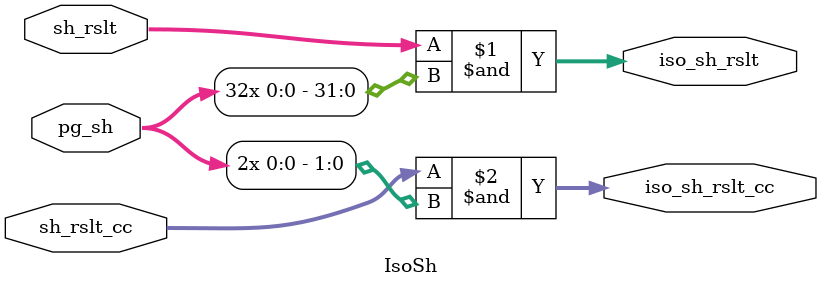
<source format=v>
module IsoSh(
  	sh_rslt,
  	sh_rslt_cc, 
  	pg_sh,
  
  	iso_sh_rslt,
  	iso_sh_rslt_cc
  );

  input [31:0]	sh_rslt;
  input [1:0]	sh_rslt_cc;
  input 	pg_sh;
  
  output [31:0]	iso_sh_rslt; 
  output [1:0]	iso_sh_rslt_cc; 

  assign iso_sh_rslt = sh_rslt & {32{pg_sh}};
  assign iso_sh_rslt_cc = sh_rslt_cc & {2{pg_sh}};

endmodule
</source>
